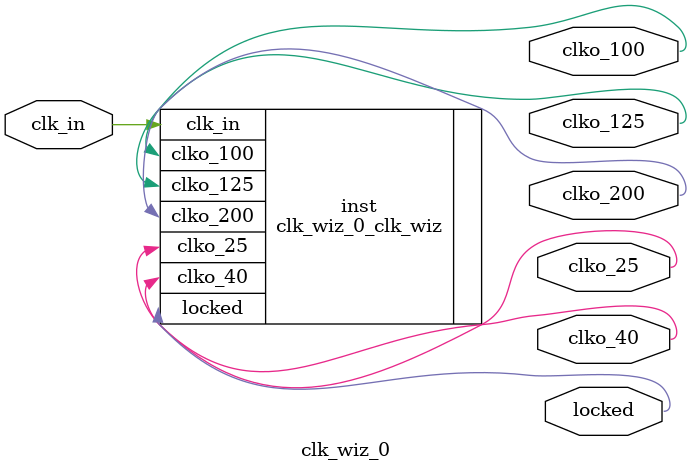
<source format=v>


`timescale 1ps/1ps

(* CORE_GENERATION_INFO = "clk_wiz_0,clk_wiz_v6_0_9_0_0,{component_name=clk_wiz_0,use_phase_alignment=true,use_min_o_jitter=false,use_max_i_jitter=false,use_dyn_phase_shift=false,use_inclk_switchover=false,use_dyn_reconfig=false,enable_axi=0,feedback_source=FDBK_AUTO,PRIMITIVE=MMCM,num_out_clk=5,clkin1_period=10.000,clkin2_period=10.000,use_power_down=false,use_reset=false,use_locked=true,use_inclk_stopped=false,feedback_type=SINGLE,CLOCK_MGR_TYPE=NA,manual_override=false}" *)

module clk_wiz_0 
 (
  // Clock out ports
  output        clko_200,
  output        clko_125,
  output        clko_100,
  output        clko_40,
  output        clko_25,
  // Status and control signals
  output        locked,
 // Clock in ports
  input         clk_in
 );

  clk_wiz_0_clk_wiz inst
  (
  // Clock out ports  
  .clko_200(clko_200),
  .clko_125(clko_125),
  .clko_100(clko_100),
  .clko_40(clko_40),
  .clko_25(clko_25),
  // Status and control signals               
  .locked(locked),
 // Clock in ports
  .clk_in(clk_in)
  );

endmodule

</source>
